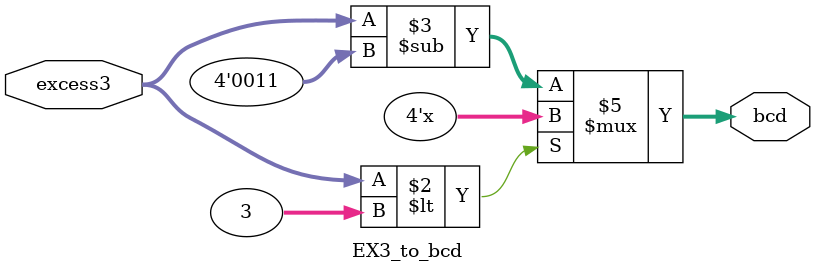
<source format=v>
`timescale 1ns / 1ps


module EX3_to_bcd(excess3,bcd);
    input [3:0] excess3;
    output reg [3:0] bcd ;  
    always @(*) begin 
    if (excess3<3)
    begin
    bcd=4'bx;
    end
    else 
    bcd = excess3  - 4'b0011;
    end
    endmodule

   

</source>
